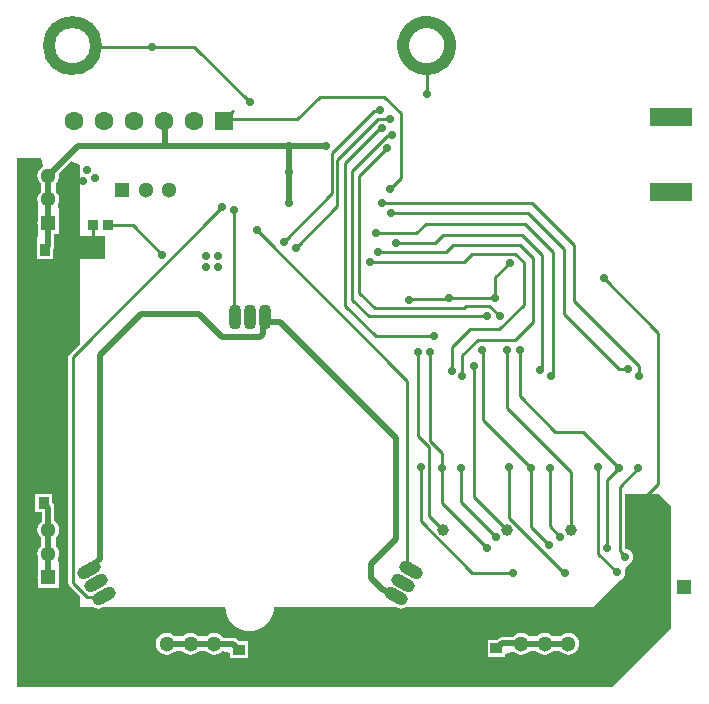
<source format=gbl>
G04*
G04 #@! TF.GenerationSoftware,Altium Limited,Altium Designer,24.4.1 (13)*
G04*
G04 Layer_Physical_Order=2*
G04 Layer_Color=16711680*
%FSLAX44Y44*%
%MOMM*%
G71*
G04*
G04 #@! TF.SameCoordinates,1D3D786A-4C35-496E-9A10-02EDD5D57B8C*
G04*
G04*
G04 #@! TF.FilePolarity,Positive*
G04*
G01*
G75*
%ADD11C,0.7120*%
%ADD12C,0.2540*%
%ADD23R,0.9000X1.0000*%
%ADD29R,0.8500X0.9500*%
%ADD31R,1.0000X0.9000*%
%ADD78C,1.0000*%
%ADD80C,0.5080*%
%ADD81C,1.3000*%
%ADD82R,1.3000X1.3000*%
%ADD83C,1.6000*%
%ADD84R,1.6000X1.6000*%
%ADD85R,1.3000X1.3000*%
%ADD86C,1.0000*%
G04:AMPARAMS|DCode=87|XSize=2.14mm|YSize=1.07mm|CornerRadius=0mm|HoleSize=0mm|Usage=FLASHONLY|Rotation=330.000|XOffset=0mm|YOffset=0mm|HoleType=Round|Shape=Round|*
%AMOVALD87*
21,1,1.0700,1.0700,0.0000,0.0000,330.0*
1,1,1.0700,-0.4633,0.2675*
1,1,1.0700,0.4633,-0.2675*
%
%ADD87OVALD87*%

%ADD88O,1.0700X2.1400*%
G04:AMPARAMS|DCode=89|XSize=2.14mm|YSize=1.07mm|CornerRadius=0mm|HoleSize=0mm|Usage=FLASHONLY|Rotation=210.000|XOffset=0mm|YOffset=0mm|HoleType=Round|Shape=Round|*
%AMOVALD89*
21,1,1.0700,1.0700,0.0000,0.0000,210.0*
1,1,1.0700,0.4633,0.2675*
1,1,1.0700,-0.4633,-0.2675*
%
%ADD89OVALD89*%

%ADD90C,0.7000*%
%ADD91R,3.6500X1.6000*%
G36*
X-175018Y278000D02*
X-175099Y277966D01*
X-177004Y276504D01*
X-178466Y274599D01*
X-179385Y272381D01*
X-179699Y270000D01*
X-179385Y267619D01*
X-178466Y265401D01*
X-177004Y263496D01*
Y256504D01*
X-178466Y254599D01*
X-179385Y252381D01*
X-179699Y250000D01*
X-179385Y247619D01*
X-178731Y246040D01*
X-179540Y239040D01*
X-179540D01*
Y231205D01*
X-179699Y230000D01*
X-179540Y228795D01*
Y220960D01*
X-179540D01*
X-180290Y214540D01*
X-180290D01*
X-180290Y214271D01*
Y199460D01*
X-166210D01*
Y207527D01*
X-165715Y208268D01*
X-165320Y210250D01*
X-165320Y210250D01*
Y220960D01*
X-161460D01*
Y228795D01*
X-161301Y230000D01*
X-161460Y231205D01*
Y239040D01*
X-161460Y239040D01*
X-162269Y246040D01*
X-161615Y247619D01*
X-161301Y250000D01*
X-161615Y252381D01*
X-162534Y254599D01*
X-163995Y256504D01*
Y263496D01*
X-162534Y265401D01*
X-161615Y267619D01*
X-161301Y270000D01*
X-161519Y271656D01*
X-151000Y282175D01*
X-144000Y279276D01*
Y219000D01*
X-122000D01*
Y199000D01*
X-144000D01*
Y127494D01*
X-152250Y119244D01*
X-153092Y117983D01*
X-153388Y116497D01*
Y-74896D01*
X-153092Y-76382D01*
X-152250Y-77642D01*
X-144000Y-85892D01*
Y-95000D01*
X-132899D01*
X-132162Y-95565D01*
X-130243Y-96361D01*
X-128183Y-96632D01*
X-126124Y-96360D01*
X-124204Y-95565D01*
X-123225Y-95000D01*
X-69183D01*
X-20720D01*
X-20720Y-95000D01*
X-20322Y-99042D01*
X-19143Y-102929D01*
X-17228Y-106511D01*
X-14651Y-109651D01*
X-11511Y-112228D01*
X-7929Y-114143D01*
X-4042Y-115322D01*
X0Y-115720D01*
X4042Y-115322D01*
X7929Y-114143D01*
X11511Y-112228D01*
X14651Y-109651D01*
X17228Y-106511D01*
X19143Y-102929D01*
X20322Y-99042D01*
X20720Y-95000D01*
X20720Y-95000D01*
X122541Y-95000D01*
X123225D01*
X124204Y-95565D01*
X126124Y-96360D01*
X128183Y-96632D01*
X130243Y-96360D01*
X132162Y-95565D01*
X132899Y-95000D01*
X291000D01*
X312432Y-73568D01*
X313670Y-72330D01*
X314465Y-72001D01*
X315900Y-70900D01*
X317001Y-69465D01*
X317693Y-67793D01*
X317929Y-66000D01*
X317957Y-63640D01*
X319328Y-60692D01*
X321465Y-59001D01*
X322900Y-57900D01*
X324001Y-56465D01*
X324693Y-54793D01*
X324929Y-53000D01*
X324693Y-51207D01*
X324001Y-49535D01*
X322900Y-48100D01*
X321465Y-46999D01*
X319793Y-46307D01*
X318000Y-46071D01*
X317575Y-39261D01*
Y0D01*
X347000Y-0D01*
X347000Y-0D01*
X357000Y-10000D01*
X357000Y-113000D01*
X306820Y-163180D01*
X-196780D01*
X-196780Y285000D01*
X-176411D01*
X-175018Y278000D01*
D02*
G37*
%LPC*%
G36*
X-167210Y540D02*
X-181290D01*
Y-14540D01*
X-175679D01*
Y-22479D01*
X-177004Y-23496D01*
X-178466Y-25401D01*
X-179385Y-27619D01*
X-179699Y-30000D01*
X-179385Y-32381D01*
X-178466Y-34599D01*
X-177004Y-36504D01*
Y-43496D01*
X-178466Y-45401D01*
X-179385Y-47619D01*
X-179699Y-50000D01*
X-179385Y-52381D01*
X-178731Y-53960D01*
X-179540Y-60960D01*
X-179540D01*
Y-68795D01*
X-179699Y-70000D01*
X-179540Y-71205D01*
Y-79040D01*
X-171705D01*
X-170500Y-79199D01*
X-169295Y-79040D01*
X-161460D01*
Y-71205D01*
X-161301Y-70000D01*
X-161460Y-68795D01*
Y-60960D01*
X-161460Y-60960D01*
X-162269Y-53960D01*
X-161615Y-52381D01*
X-161301Y-50000D01*
X-161615Y-47619D01*
X-162534Y-45401D01*
X-163995Y-43496D01*
Y-36504D01*
X-162534Y-34599D01*
X-161615Y-32381D01*
X-161301Y-30000D01*
X-161615Y-27619D01*
X-162534Y-25401D01*
X-163995Y-23496D01*
X-165320Y-22479D01*
Y-11250D01*
X-165320Y-11250D01*
X-165715Y-9268D01*
X-166838Y-7588D01*
X-167210Y-7215D01*
Y540D01*
D02*
G37*
G36*
X270000Y-117101D02*
X267619Y-117415D01*
X265401Y-118334D01*
X263799Y-119563D01*
X261869Y-119796D01*
X258131D01*
X256201Y-119563D01*
X254599Y-118334D01*
X252381Y-117415D01*
X250000Y-117101D01*
X247619Y-117415D01*
X245401Y-118334D01*
X243799Y-119563D01*
X241869Y-119796D01*
X238131D01*
X236201Y-119563D01*
X234599Y-118334D01*
X232381Y-117415D01*
X230000Y-117101D01*
X227619Y-117415D01*
X225401Y-118334D01*
X223496Y-119796D01*
X222709Y-120821D01*
X213750D01*
X211768Y-121215D01*
X210088Y-122338D01*
X210088Y-122338D01*
X209215Y-123210D01*
X201460D01*
Y-137290D01*
X216540D01*
Y-134862D01*
X223496Y-132804D01*
X225401Y-134266D01*
X227619Y-135185D01*
X230000Y-135499D01*
X232381Y-135185D01*
X234599Y-134266D01*
X236201Y-133037D01*
X238131Y-132804D01*
X241869D01*
X243799Y-133037D01*
X245401Y-134266D01*
X247619Y-135185D01*
X250000Y-135499D01*
X252381Y-135185D01*
X254599Y-134266D01*
X256201Y-133037D01*
X258131Y-132804D01*
X261869D01*
X263799Y-133037D01*
X265401Y-134266D01*
X267619Y-135185D01*
X270000Y-135499D01*
X272381Y-135185D01*
X274599Y-134266D01*
X276504Y-132804D01*
X277966Y-130899D01*
X278885Y-128681D01*
X279199Y-126300D01*
X278885Y-123919D01*
X277966Y-121701D01*
X276504Y-119796D01*
X274599Y-118334D01*
X272381Y-117415D01*
X270000Y-117101D01*
D02*
G37*
G36*
X-30000D02*
X-32381Y-117415D01*
X-34599Y-118334D01*
X-36201Y-119563D01*
X-38131Y-119796D01*
X-41869D01*
X-43799Y-119563D01*
X-45401Y-118334D01*
X-47619Y-117415D01*
X-50000Y-117101D01*
X-52381Y-117415D01*
X-54599Y-118334D01*
X-56201Y-119563D01*
X-58131Y-119796D01*
X-61869D01*
X-63799Y-119563D01*
X-65401Y-118334D01*
X-67619Y-117415D01*
X-70000Y-117101D01*
X-72381Y-117415D01*
X-74599Y-118334D01*
X-76505Y-119796D01*
X-77966Y-121701D01*
X-78885Y-123919D01*
X-79199Y-126300D01*
X-78885Y-128681D01*
X-77966Y-130899D01*
X-76505Y-132804D01*
X-74599Y-134266D01*
X-72381Y-135185D01*
X-70000Y-135499D01*
X-67619Y-135185D01*
X-65401Y-134266D01*
X-63799Y-133037D01*
X-61869Y-132804D01*
X-58131D01*
X-56201Y-133037D01*
X-54599Y-134266D01*
X-52381Y-135185D01*
X-50000Y-135499D01*
X-47619Y-135185D01*
X-45401Y-134266D01*
X-43799Y-133037D01*
X-41869Y-132804D01*
X-38131D01*
X-36201Y-133037D01*
X-34599Y-134266D01*
X-32381Y-135185D01*
X-30000Y-135499D01*
X-27619Y-135185D01*
X-25401Y-134266D01*
X-23496Y-132804D01*
X-16540Y-134303D01*
Y-138290D01*
X-1460D01*
Y-124210D01*
X-9201D01*
X-10773Y-122638D01*
X-12454Y-121515D01*
X-14436Y-121121D01*
X-22479D01*
X-23496Y-119796D01*
X-25401Y-118334D01*
X-27619Y-117415D01*
X-30000Y-117101D01*
D02*
G37*
%LPD*%
D11*
X208530Y-144220D02*
X209000Y-143750D01*
X208060Y-144690D02*
X208530Y-144220D01*
X-8530Y-145220D02*
X-8060Y-145690D01*
X-9000Y-144750D02*
X-8530Y-145220D01*
X-187690Y207940D02*
X-186750Y207000D01*
X-187690Y207940D02*
Y208440D01*
D12*
X197310Y62690D02*
Y121690D01*
X197000Y122000D02*
X197310Y121690D01*
Y62690D02*
X238000Y22000D01*
X190000Y-2000D02*
X218000Y-30000D01*
X190000Y-2000D02*
Y109000D01*
X171500Y104500D02*
Y124500D01*
X187000Y140000D01*
X150000Y339000D02*
Y360000D01*
Y360207D01*
X-132500Y218707D02*
Y228000D01*
X-136000Y215207D02*
X-132500Y218707D01*
X-136000Y214000D02*
Y215207D01*
X-119500Y228000D02*
X-99000D01*
X-74000Y203000D01*
X-149503Y116497D02*
X-23000Y243000D01*
X208530Y-144220D02*
X210610Y-146300D01*
X-9610D02*
X-8530Y-145220D01*
X313690Y-47483D02*
Y6690D01*
X329000Y22000D01*
X303000Y-45000D02*
Y12000D01*
X313000Y22000D01*
X318000Y-53000D02*
Y-51793D01*
X313690Y-47483D02*
X318000Y-51793D01*
X179000Y-6000D02*
Y22000D01*
Y-6000D02*
X209000Y-36000D01*
X295000Y-50000D02*
Y23000D01*
Y-50000D02*
X311000Y-66000D01*
X218000Y73406D02*
Y122000D01*
Y73406D02*
X272000Y19406D01*
Y-30000D02*
Y19406D01*
X238000Y-27662D02*
Y22000D01*
Y-27662D02*
X253358Y-43021D01*
X254000Y-27000D02*
Y22000D01*
Y-27000D02*
X263000Y-36000D01*
X220000Y-20000D02*
Y23000D01*
Y-20000D02*
X266101Y-66101D01*
X267000D01*
X143000Y49612D02*
Y121000D01*
Y49612D02*
X152310Y40302D01*
Y-18310D02*
Y40302D01*
Y-18310D02*
X164000Y-30000D01*
X163000Y-7000D02*
Y35000D01*
Y-7000D02*
X201000Y-45000D01*
X145000Y-22696D02*
Y23000D01*
Y-22696D02*
X188405Y-66101D01*
X223000D01*
X-130000Y379000D02*
X-47000D01*
X-130230D02*
X-130000D01*
X-47000D02*
X0Y332000D01*
X-131230Y380000D02*
X-130230Y379000D01*
X150000Y360207D02*
X151023Y361230D01*
X266000Y153000D02*
Y208000D01*
X313000Y106000D02*
X320000D01*
X266000Y153000D02*
X313000Y106000D01*
X239000Y247000D02*
X275000Y211000D01*
Y164000D02*
X330000Y109000D01*
X275000Y164000D02*
Y211000D01*
X236000Y238000D02*
X266000Y208000D01*
X233000Y229000D02*
X257000Y205000D01*
X255000Y101207D02*
X257000Y103207D01*
X255000Y100000D02*
Y101207D01*
X257000Y103207D02*
Y205000D01*
X231000Y220000D02*
X248000Y203000D01*
X246000Y105000D02*
Y106207D01*
X248000Y108207D01*
Y203000D01*
X211338Y140000D02*
X232000Y160662D01*
X187000Y140000D02*
X211338D01*
X240000Y146000D02*
Y200000D01*
X229000Y211000D02*
X240000Y200000D01*
X225000Y131000D02*
X240000Y146000D01*
X232000Y160662D02*
Y197000D01*
X188388Y204000D02*
X225000D01*
X232000Y197000D01*
X181388Y197000D02*
X188388Y204000D01*
X109000Y205000D02*
X166000D01*
X172000Y211000D02*
X229000D01*
X166000Y205000D02*
X172000Y211000D01*
X124000Y213000D02*
X157000D01*
X164000Y220000D02*
X231000D01*
X157000Y213000D02*
X164000Y220000D01*
X107000Y221000D02*
X141000D01*
X149000Y229000D02*
X233000D01*
X141000Y221000D02*
X149000Y229000D01*
X-149503Y-74896D02*
Y116497D01*
Y-74896D02*
X-137287Y-87112D01*
X-124664D01*
X-123550Y-85998D01*
X102000Y197000D02*
X181388D01*
X133575Y-61326D02*
X136250Y-64001D01*
X133575Y-61326D02*
Y96425D01*
X6000Y224000D02*
X133575Y96425D01*
X330000Y100000D02*
Y109000D01*
X332000Y-5000D02*
X346000Y9000D01*
X300060Y183000D02*
X346000Y137060D01*
Y9000D02*
Y137060D01*
X282000Y53000D02*
X313000Y22000D01*
X259000Y53000D02*
X282000D01*
X229000Y83000D02*
Y122000D01*
Y83000D02*
X259000Y53000D01*
X193000Y131000D02*
X225000D01*
X180000Y118000D02*
X193000Y131000D01*
X180000Y100000D02*
Y118000D01*
X153000Y45000D02*
X163000Y35000D01*
X153000Y45000D02*
Y121000D01*
X112000Y247000D02*
X239000D01*
X120000Y238000D02*
X236000D01*
X81000Y160000D02*
X107000Y134000D01*
X156000D01*
X87000Y165000D02*
X101000Y151000D01*
X201000D01*
X93000Y171000D02*
X106310Y157690D01*
X135000Y165000D02*
X135500Y165500D01*
X106310Y157690D02*
X181331D01*
X183641Y160000D01*
X208000Y184063D02*
X220243Y196306D01*
X135500Y165500D02*
X168500D01*
X169000Y166000D02*
X208000D01*
X183641Y160000D02*
X202999D01*
X168500Y165500D02*
X169000Y166000D01*
X208000D02*
Y184063D01*
X93000Y269589D02*
X116681Y293270D01*
X202999Y160000D02*
X212000Y151000D01*
X93000Y171000D02*
Y269589D01*
X108972Y317962D02*
X118962D01*
X74413Y283403D02*
X108972Y317962D01*
X74413Y244413D02*
Y283403D01*
X39000Y209000D02*
X74413Y244413D01*
X114052Y336948D02*
X128310Y322690D01*
X-20800Y318000D02*
X40517D01*
X59465Y336948D01*
X114052D01*
X128310Y268310D02*
Y322690D01*
X118962Y317962D02*
X119000Y317999D01*
X70000Y255000D02*
Y289000D01*
X109235Y324507D02*
X110000Y325272D01*
X105507Y324507D02*
X109235D01*
X70000Y289000D02*
X105507Y324507D01*
X110793Y310652D02*
X112000D01*
X116220Y303147D02*
X120147D01*
X87000Y273927D02*
X116220Y303147D01*
X120147D02*
X121000Y304000D01*
X108838Y308697D02*
X110793Y310652D01*
X108697Y308697D02*
X108838D01*
X81000Y281000D02*
X108697Y308697D01*
X81000Y160000D02*
Y281000D01*
X29000Y214000D02*
X70000Y255000D01*
X87000Y165000D02*
Y273927D01*
X356000Y318750D02*
X357000Y319750D01*
X-20800Y318000D02*
X-14070Y324730D01*
X-13000Y241000D02*
X-12850Y240850D01*
Y150150D02*
Y240850D01*
Y150150D02*
X-12700Y150000D01*
X119000Y259000D02*
X128310Y268310D01*
X210610Y-146300D02*
X230000D01*
X-30000D02*
X-9610D01*
X-190500Y-9750D02*
X-187750Y-7000D01*
X-190500Y-30000D02*
Y-9750D01*
Y230000D02*
X-189980Y229480D01*
Y210230D02*
Y229480D01*
Y210230D02*
X-187690Y207940D01*
D23*
X-186750Y207000D02*
D03*
X-173250D02*
D03*
X-187750Y-7000D02*
D03*
X-174250D02*
D03*
D29*
X-132500Y228000D02*
D03*
X-119500D02*
D03*
D31*
X209000Y-143750D02*
D03*
Y-130250D02*
D03*
X-9000Y-144750D02*
D03*
Y-131250D02*
D03*
D78*
X170000Y380000D02*
G03*
X150000Y360000I-20000J0D01*
G01*
D02*
G03*
X170000Y380000I0J20000D01*
G01*
X-130000D02*
G03*
X-130000Y380000I-20000J0D01*
G01*
D80*
X-72000Y296000D02*
Y320300D01*
X-92000Y153000D02*
X-43000D01*
X11625Y135976D02*
Y148925D01*
X8649Y133000D02*
X11625Y135976D01*
X-23000Y133000D02*
X8649D01*
X25670Y146330D02*
X124000Y48000D01*
X103000Y-59000D02*
X124000Y-38000D01*
Y48000D01*
X367000Y-77000D02*
X368000Y-78000D01*
X-145500Y295000D02*
X33000D01*
X-72000Y320300D02*
X-71300Y321000D01*
X-170500Y270000D02*
X-145500Y295000D01*
X-30000Y-126300D02*
X-28014D01*
X-50000D02*
X-30000D01*
X-170500Y-30000D02*
Y-11250D01*
Y-50000D02*
Y-30000D01*
X33000Y273000D02*
Y295000D01*
X-170500Y250000D02*
Y270000D01*
X229700Y-126000D02*
X230000Y-126300D01*
X209000Y-130250D02*
X209500D01*
X213750Y-126000D01*
X229700D01*
X230000Y-126300D02*
X250000D01*
X270000D01*
X-28014Y-126300D02*
X-14436D01*
X-11460Y-129276D01*
X-9500Y-131250D02*
X-9000D01*
X-11460Y-129290D02*
Y-129276D01*
Y-129290D02*
X-9500Y-131250D01*
X-70000Y-126300D02*
X-50000D01*
X-170500Y230000D02*
X-170500Y230000D01*
X-170500Y210250D02*
Y230000D01*
X-173250Y207500D02*
X-170500Y210250D01*
X-173250Y207000D02*
Y207500D01*
X-170500Y230000D02*
Y250000D01*
X-174250Y-7500D02*
Y-7000D01*
Y-7500D02*
X-170500Y-11250D01*
Y-70000D02*
Y-50000D01*
X33000Y247000D02*
Y273000D01*
Y295000D02*
X65000D01*
X112999Y-80998D02*
X114850D01*
X103000Y-71000D02*
X112999Y-80998D01*
X103000Y-71000D02*
Y-59000D01*
X15296Y146330D02*
X25670D01*
X12700Y148926D02*
X15296Y146330D01*
X-127000Y118000D02*
X-92000Y153000D01*
X-43000D02*
X-23000Y133000D01*
X11625Y148925D02*
X12700Y150000D01*
X-127000Y-54752D02*
Y118000D01*
X-136250Y-64001D02*
X-135813D01*
X-130541Y-58730D01*
Y-58293D01*
X-127000Y-54752D01*
D81*
X-68000Y258000D02*
D03*
X-88000D02*
D03*
X348000Y-78000D02*
D03*
X-190500Y-30000D02*
D03*
Y-50000D02*
D03*
X-170500Y-30000D02*
D03*
Y-50000D02*
D03*
X-190500Y-70000D02*
D03*
Y270000D02*
D03*
Y250000D02*
D03*
X-170500Y270000D02*
D03*
Y250000D02*
D03*
X-190500Y230000D02*
D03*
X270000Y-126300D02*
D03*
X250000D02*
D03*
X270000Y-146300D02*
D03*
X250000D02*
D03*
X230000Y-126300D02*
D03*
X-30000D02*
D03*
X-50000D02*
D03*
X-30000Y-146300D02*
D03*
X-50000D02*
D03*
X-70000Y-126300D02*
D03*
D82*
X-108000Y258000D02*
D03*
X368000Y-78000D02*
D03*
X230000Y-146300D02*
D03*
X-70000D02*
D03*
D83*
X-148500Y316000D02*
D03*
X-123100D02*
D03*
X-72300D02*
D03*
X-46900D02*
D03*
X-97700D02*
D03*
D84*
X-21500D02*
D03*
D85*
X-170500Y-70000D02*
D03*
Y230000D02*
D03*
D86*
X164000Y-30000D02*
D03*
X272000D02*
D03*
X218000D02*
D03*
D87*
X136250Y-64001D02*
D03*
X123550Y-85998D02*
D03*
X129900Y-75000D02*
D03*
D88*
X-0Y150000D02*
D03*
X12700D02*
D03*
X-12700D02*
D03*
D89*
X-129900Y-75000D02*
D03*
X-136250Y-64001D02*
D03*
X-123550Y-85998D02*
D03*
D90*
X197000Y122000D02*
D03*
X190000Y109000D02*
D03*
X171500Y104500D02*
D03*
X-37000Y193000D02*
D03*
Y202000D02*
D03*
X-27000Y193000D02*
D03*
Y202000D02*
D03*
X-136000Y214000D02*
D03*
Y205000D02*
D03*
X-127000D02*
D03*
Y214000D02*
D03*
X-74000Y203000D02*
D03*
X364000Y260000D02*
D03*
Y319000D02*
D03*
X350000D02*
D03*
Y260000D02*
D03*
X223000Y-66101D02*
D03*
X267000Y-66101D02*
D03*
X-83000Y379000D02*
D03*
X150000Y339000D02*
D03*
X-23000Y243000D02*
D03*
X107000Y221000D02*
D03*
X109000Y205000D02*
D03*
X124000Y213000D02*
D03*
X320000Y106000D02*
D03*
X246000Y105000D02*
D03*
X229000Y122000D02*
D03*
X218000D02*
D03*
X153000Y121000D02*
D03*
X143000D02*
D03*
X156000Y134000D02*
D03*
X135000Y165000D02*
D03*
X330000Y100000D02*
D03*
X329000Y22000D02*
D03*
X295000Y23000D02*
D03*
X313000Y22000D02*
D03*
X255000Y100000D02*
D03*
X254000Y22000D02*
D03*
X220000Y23000D02*
D03*
X238000Y22000D02*
D03*
X180000Y100000D02*
D03*
X332000Y-15000D02*
D03*
X321000Y-37000D02*
D03*
X332000Y-5000D02*
D03*
Y-26000D02*
D03*
Y-37000D02*
D03*
X321000Y-26000D02*
D03*
Y-15000D02*
D03*
Y-5000D02*
D03*
X209000Y-36000D02*
D03*
X179000Y22000D02*
D03*
X163000D02*
D03*
X300060Y183000D02*
D03*
X145000Y23000D02*
D03*
X220243Y196306D02*
D03*
X169000Y166000D02*
D03*
X212000Y151000D02*
D03*
X0Y332000D02*
D03*
X119000Y317999D02*
D03*
X110000Y325272D02*
D03*
X112000Y310652D02*
D03*
X29000Y214000D02*
D03*
X39000Y209000D02*
D03*
X102000Y197000D02*
D03*
X-13000Y241000D02*
D03*
X65000Y295000D02*
D03*
X33000Y273000D02*
D03*
Y247000D02*
D03*
Y295000D02*
D03*
X-138000Y275000D02*
D03*
X-147000D02*
D03*
X-141000Y265000D02*
D03*
X-131000Y268000D02*
D03*
X201000Y151000D02*
D03*
X208000Y166000D02*
D03*
X253358Y-43021D02*
D03*
X263000Y-36000D02*
D03*
X201000Y-45000D02*
D03*
X311000Y-66000D02*
D03*
X303000Y-45000D02*
D03*
X318000Y-53000D02*
D03*
X121000Y304000D02*
D03*
X120000Y238000D02*
D03*
X112000Y247000D02*
D03*
X116681Y293270D02*
D03*
X6000Y224000D02*
D03*
X119000Y259000D02*
D03*
D91*
X357000Y256250D02*
D03*
Y319750D02*
D03*
M02*

</source>
